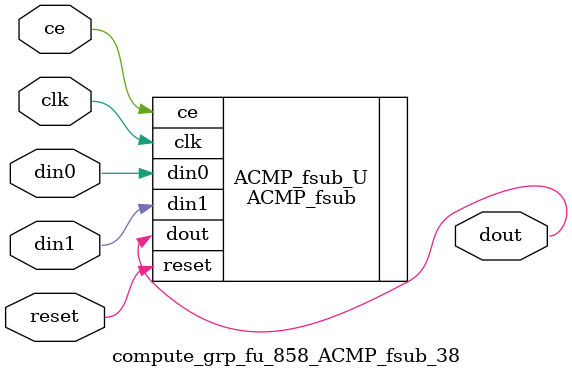
<source format=v>

`timescale 1 ns / 1 ps
module compute_grp_fu_858_ACMP_fsub_38(
    clk,
    reset,
    ce,
    din0,
    din1,
    dout);

parameter ID = 32'd1;
parameter NUM_STAGE = 32'd1;
parameter din0_WIDTH = 32'd1;
parameter din1_WIDTH = 32'd1;
parameter dout_WIDTH = 32'd1;
input clk;
input reset;
input ce;
input[din0_WIDTH - 1:0] din0;
input[din1_WIDTH - 1:0] din1;
output[dout_WIDTH - 1:0] dout;



ACMP_fsub #(
.ID( ID ),
.NUM_STAGE( 4 ),
.din0_WIDTH( din0_WIDTH ),
.din1_WIDTH( din1_WIDTH ),
.dout_WIDTH( dout_WIDTH ))
ACMP_fsub_U(
    .clk( clk ),
    .reset( reset ),
    .ce( ce ),
    .din0( din0 ),
    .din1( din1 ),
    .dout( dout ));

endmodule

</source>
